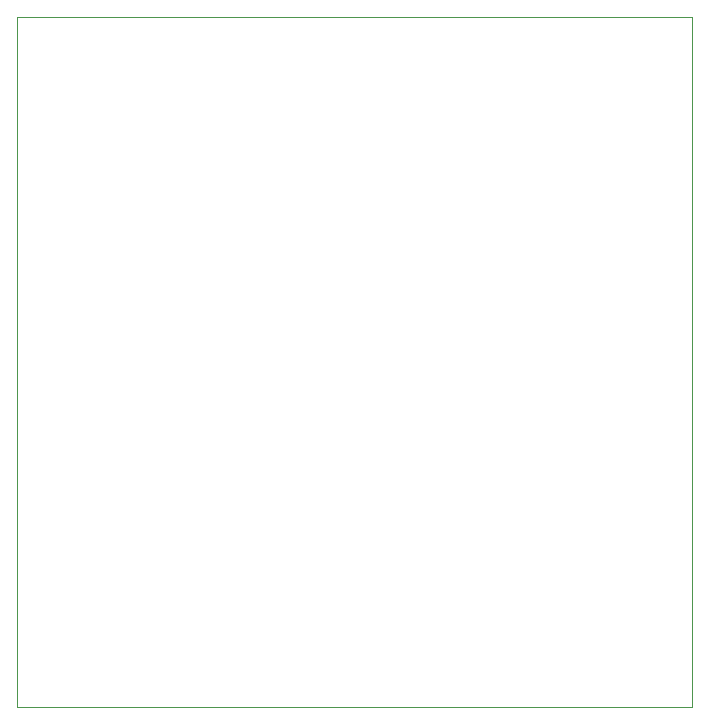
<source format=gbr>
%TF.GenerationSoftware,KiCad,Pcbnew,(5.1.10)-1*%
%TF.CreationDate,2021-06-22T20:16:26+08:00*%
%TF.ProjectId,sm8223,736d3832-3233-42e6-9b69-6361645f7063,rev?*%
%TF.SameCoordinates,Original*%
%TF.FileFunction,Profile,NP*%
%FSLAX46Y46*%
G04 Gerber Fmt 4.6, Leading zero omitted, Abs format (unit mm)*
G04 Created by KiCad (PCBNEW (5.1.10)-1) date 2021-06-22 20:16:26*
%MOMM*%
%LPD*%
G01*
G04 APERTURE LIST*
%TA.AperFunction,Profile*%
%ADD10C,0.050000*%
%TD*%
G04 APERTURE END LIST*
D10*
X38100000Y-88900000D02*
X38100000Y-30480000D01*
X95250000Y-88900000D02*
X38100000Y-88900000D01*
X95250000Y-30480000D02*
X95250000Y-88900000D01*
X38100000Y-30480000D02*
X95250000Y-30480000D01*
M02*

</source>
